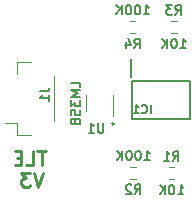
<source format=gbr>
%TF.GenerationSoftware,KiCad,Pcbnew,(6.0.0)*%
%TF.CreationDate,2022-07-24T19:50:36-05:00*%
%TF.ProjectId,DriveByWireMr360Sensor,44726976-6542-4795-9769-72654d723336,rev?*%
%TF.SameCoordinates,Original*%
%TF.FileFunction,Legend,Bot*%
%TF.FilePolarity,Positive*%
%FSLAX46Y46*%
G04 Gerber Fmt 4.6, Leading zero omitted, Abs format (unit mm)*
G04 Created by KiCad (PCBNEW (6.0.0)) date 2022-07-24 19:50:36*
%MOMM*%
%LPD*%
G01*
G04 APERTURE LIST*
%ADD10C,0.250000*%
%ADD11C,0.130000*%
%ADD12C,0.140000*%
%ADD13C,0.080000*%
%ADD14C,0.200000*%
%ADD15C,0.120000*%
G04 APERTURE END LIST*
D10*
X93491428Y-83482857D02*
X92805714Y-83482857D01*
X93148571Y-84682857D02*
X93148571Y-83482857D01*
X91834285Y-84682857D02*
X92405714Y-84682857D01*
X92405714Y-83482857D01*
X91434285Y-84054285D02*
X91034285Y-84054285D01*
X90862857Y-84682857D02*
X91434285Y-84682857D01*
X91434285Y-83482857D01*
X90862857Y-83482857D01*
X93281428Y-85302857D02*
X92881428Y-86502857D01*
X92481428Y-85302857D01*
X92195714Y-85302857D02*
X91452857Y-85302857D01*
X91852857Y-85760000D01*
X91681428Y-85760000D01*
X91567142Y-85817142D01*
X91510000Y-85874285D01*
X91452857Y-85988571D01*
X91452857Y-86274285D01*
X91510000Y-86388571D01*
X91567142Y-86445714D01*
X91681428Y-86502857D01*
X92024285Y-86502857D01*
X92138571Y-86445714D01*
X92195714Y-86388571D01*
D11*
%TO.C,IC1*%
X102383333Y-80266666D02*
X102383333Y-79566666D01*
X101650000Y-80200000D02*
X101683333Y-80233333D01*
X101783333Y-80266666D01*
X101850000Y-80266666D01*
X101950000Y-80233333D01*
X102016666Y-80166666D01*
X102050000Y-80100000D01*
X102083333Y-79966666D01*
X102083333Y-79866666D01*
X102050000Y-79733333D01*
X102016666Y-79666666D01*
X101950000Y-79600000D01*
X101850000Y-79566666D01*
X101783333Y-79566666D01*
X101683333Y-79600000D01*
X101650000Y-79633333D01*
X100983333Y-80266666D02*
X101383333Y-80266666D01*
X101183333Y-80266666D02*
X101183333Y-79566666D01*
X101250000Y-79666666D01*
X101316666Y-79733333D01*
X101383333Y-79766666D01*
D12*
%TO.C,R4*%
X100993333Y-74761904D02*
X101260000Y-74380952D01*
X101450476Y-74761904D02*
X101450476Y-73961904D01*
X101145714Y-73961904D01*
X101069523Y-74000000D01*
X101031428Y-74038095D01*
X100993333Y-74114285D01*
X100993333Y-74228571D01*
X101031428Y-74304761D01*
X101069523Y-74342857D01*
X101145714Y-74380952D01*
X101450476Y-74380952D01*
X100307619Y-74228571D02*
X100307619Y-74761904D01*
X100498095Y-73923809D02*
X100688571Y-74495238D01*
X100193333Y-74495238D01*
X101793333Y-71901904D02*
X102250476Y-71901904D01*
X102021904Y-71901904D02*
X102021904Y-71101904D01*
X102098095Y-71216190D01*
X102174285Y-71292380D01*
X102250476Y-71330476D01*
X101298095Y-71101904D02*
X101221904Y-71101904D01*
X101145714Y-71140000D01*
X101107619Y-71178095D01*
X101069523Y-71254285D01*
X101031428Y-71406666D01*
X101031428Y-71597142D01*
X101069523Y-71749523D01*
X101107619Y-71825714D01*
X101145714Y-71863809D01*
X101221904Y-71901904D01*
X101298095Y-71901904D01*
X101374285Y-71863809D01*
X101412380Y-71825714D01*
X101450476Y-71749523D01*
X101488571Y-71597142D01*
X101488571Y-71406666D01*
X101450476Y-71254285D01*
X101412380Y-71178095D01*
X101374285Y-71140000D01*
X101298095Y-71101904D01*
X100536190Y-71101904D02*
X100460000Y-71101904D01*
X100383809Y-71140000D01*
X100345714Y-71178095D01*
X100307619Y-71254285D01*
X100269523Y-71406666D01*
X100269523Y-71597142D01*
X100307619Y-71749523D01*
X100345714Y-71825714D01*
X100383809Y-71863809D01*
X100460000Y-71901904D01*
X100536190Y-71901904D01*
X100612380Y-71863809D01*
X100650476Y-71825714D01*
X100688571Y-71749523D01*
X100726666Y-71597142D01*
X100726666Y-71406666D01*
X100688571Y-71254285D01*
X100650476Y-71178095D01*
X100612380Y-71140000D01*
X100536190Y-71101904D01*
X99926666Y-71901904D02*
X99926666Y-71101904D01*
X99469523Y-71901904D02*
X99812380Y-71444761D01*
X99469523Y-71101904D02*
X99926666Y-71559047D01*
%TO.C,R1*%
X104283333Y-84281904D02*
X104550000Y-83900952D01*
X104740476Y-84281904D02*
X104740476Y-83481904D01*
X104435714Y-83481904D01*
X104359523Y-83520000D01*
X104321428Y-83558095D01*
X104283333Y-83634285D01*
X104283333Y-83748571D01*
X104321428Y-83824761D01*
X104359523Y-83862857D01*
X104435714Y-83900952D01*
X104740476Y-83900952D01*
X103521428Y-84281904D02*
X103978571Y-84281904D01*
X103750000Y-84281904D02*
X103750000Y-83481904D01*
X103826190Y-83596190D01*
X103902380Y-83672380D01*
X103978571Y-83710476D01*
X104702380Y-87141904D02*
X105159523Y-87141904D01*
X104930952Y-87141904D02*
X104930952Y-86341904D01*
X105007142Y-86456190D01*
X105083333Y-86532380D01*
X105159523Y-86570476D01*
X104207142Y-86341904D02*
X104130952Y-86341904D01*
X104054761Y-86380000D01*
X104016666Y-86418095D01*
X103978571Y-86494285D01*
X103940476Y-86646666D01*
X103940476Y-86837142D01*
X103978571Y-86989523D01*
X104016666Y-87065714D01*
X104054761Y-87103809D01*
X104130952Y-87141904D01*
X104207142Y-87141904D01*
X104283333Y-87103809D01*
X104321428Y-87065714D01*
X104359523Y-86989523D01*
X104397619Y-86837142D01*
X104397619Y-86646666D01*
X104359523Y-86494285D01*
X104321428Y-86418095D01*
X104283333Y-86380000D01*
X104207142Y-86341904D01*
X103597619Y-87141904D02*
X103597619Y-86341904D01*
X103140476Y-87141904D02*
X103483333Y-86684761D01*
X103140476Y-86341904D02*
X103597619Y-86799047D01*
%TO.C,R3*%
X104481333Y-71911904D02*
X104748000Y-71530952D01*
X104938476Y-71911904D02*
X104938476Y-71111904D01*
X104633714Y-71111904D01*
X104557523Y-71150000D01*
X104519428Y-71188095D01*
X104481333Y-71264285D01*
X104481333Y-71378571D01*
X104519428Y-71454761D01*
X104557523Y-71492857D01*
X104633714Y-71530952D01*
X104938476Y-71530952D01*
X104214666Y-71111904D02*
X103719428Y-71111904D01*
X103986095Y-71416666D01*
X103871809Y-71416666D01*
X103795619Y-71454761D01*
X103757523Y-71492857D01*
X103719428Y-71569047D01*
X103719428Y-71759523D01*
X103757523Y-71835714D01*
X103795619Y-71873809D01*
X103871809Y-71911904D01*
X104100380Y-71911904D01*
X104176571Y-71873809D01*
X104214666Y-71835714D01*
X104900380Y-74771904D02*
X105357523Y-74771904D01*
X105128952Y-74771904D02*
X105128952Y-73971904D01*
X105205142Y-74086190D01*
X105281333Y-74162380D01*
X105357523Y-74200476D01*
X104405142Y-73971904D02*
X104328952Y-73971904D01*
X104252761Y-74010000D01*
X104214666Y-74048095D01*
X104176571Y-74124285D01*
X104138476Y-74276666D01*
X104138476Y-74467142D01*
X104176571Y-74619523D01*
X104214666Y-74695714D01*
X104252761Y-74733809D01*
X104328952Y-74771904D01*
X104405142Y-74771904D01*
X104481333Y-74733809D01*
X104519428Y-74695714D01*
X104557523Y-74619523D01*
X104595619Y-74467142D01*
X104595619Y-74276666D01*
X104557523Y-74124285D01*
X104519428Y-74048095D01*
X104481333Y-74010000D01*
X104405142Y-73971904D01*
X103795619Y-74771904D02*
X103795619Y-73971904D01*
X103338476Y-74771904D02*
X103681333Y-74314761D01*
X103338476Y-73971904D02*
X103795619Y-74429047D01*
%TO.C,U1*%
X98389523Y-81111904D02*
X98389523Y-81759523D01*
X98351428Y-81835714D01*
X98313333Y-81873809D01*
X98237142Y-81911904D01*
X98084761Y-81911904D01*
X98008571Y-81873809D01*
X97970476Y-81835714D01*
X97932380Y-81759523D01*
X97932380Y-81111904D01*
X97132380Y-81911904D02*
X97589523Y-81911904D01*
X97360952Y-81911904D02*
X97360952Y-81111904D01*
X97437142Y-81226190D01*
X97513333Y-81302380D01*
X97589523Y-81340476D01*
X96441904Y-78057619D02*
X96441904Y-77676666D01*
X95641904Y-77676666D01*
X96441904Y-78324285D02*
X95641904Y-78324285D01*
X96213333Y-78590952D01*
X95641904Y-78857619D01*
X96441904Y-78857619D01*
X95641904Y-79162380D02*
X95641904Y-79657619D01*
X95946666Y-79390952D01*
X95946666Y-79505238D01*
X95984761Y-79581428D01*
X96022857Y-79619523D01*
X96099047Y-79657619D01*
X96289523Y-79657619D01*
X96365714Y-79619523D01*
X96403809Y-79581428D01*
X96441904Y-79505238D01*
X96441904Y-79276666D01*
X96403809Y-79200476D01*
X96365714Y-79162380D01*
X95641904Y-80381428D02*
X95641904Y-80000476D01*
X96022857Y-79962380D01*
X95984761Y-80000476D01*
X95946666Y-80076666D01*
X95946666Y-80267142D01*
X95984761Y-80343333D01*
X96022857Y-80381428D01*
X96099047Y-80419523D01*
X96289523Y-80419523D01*
X96365714Y-80381428D01*
X96403809Y-80343333D01*
X96441904Y-80267142D01*
X96441904Y-80076666D01*
X96403809Y-80000476D01*
X96365714Y-79962380D01*
X95984761Y-80876666D02*
X95946666Y-80800476D01*
X95908571Y-80762380D01*
X95832380Y-80724285D01*
X95794285Y-80724285D01*
X95718095Y-80762380D01*
X95680000Y-80800476D01*
X95641904Y-80876666D01*
X95641904Y-81029047D01*
X95680000Y-81105238D01*
X95718095Y-81143333D01*
X95794285Y-81181428D01*
X95832380Y-81181428D01*
X95908571Y-81143333D01*
X95946666Y-81105238D01*
X95984761Y-81029047D01*
X95984761Y-80876666D01*
X96022857Y-80800476D01*
X96060952Y-80762380D01*
X96137142Y-80724285D01*
X96289523Y-80724285D01*
X96365714Y-80762380D01*
X96403809Y-80800476D01*
X96441904Y-80876666D01*
X96441904Y-81029047D01*
X96403809Y-81105238D01*
X96365714Y-81143333D01*
X96289523Y-81181428D01*
X96137142Y-81181428D01*
X96060952Y-81143333D01*
X96022857Y-81105238D01*
X95984761Y-81029047D01*
D13*
X99036190Y-81130000D02*
X99155238Y-81130000D01*
X99107619Y-81010952D02*
X99155238Y-81130000D01*
X99107619Y-81249047D01*
X99250476Y-81058571D02*
X99155238Y-81130000D01*
X99250476Y-81201428D01*
D12*
%TO.C,R2*%
X101053333Y-87101904D02*
X101320000Y-86720952D01*
X101510476Y-87101904D02*
X101510476Y-86301904D01*
X101205714Y-86301904D01*
X101129523Y-86340000D01*
X101091428Y-86378095D01*
X101053333Y-86454285D01*
X101053333Y-86568571D01*
X101091428Y-86644761D01*
X101129523Y-86682857D01*
X101205714Y-86720952D01*
X101510476Y-86720952D01*
X100748571Y-86378095D02*
X100710476Y-86340000D01*
X100634285Y-86301904D01*
X100443809Y-86301904D01*
X100367619Y-86340000D01*
X100329523Y-86378095D01*
X100291428Y-86454285D01*
X100291428Y-86530476D01*
X100329523Y-86644761D01*
X100786666Y-87101904D01*
X100291428Y-87101904D01*
X101853333Y-84241904D02*
X102310476Y-84241904D01*
X102081904Y-84241904D02*
X102081904Y-83441904D01*
X102158095Y-83556190D01*
X102234285Y-83632380D01*
X102310476Y-83670476D01*
X101358095Y-83441904D02*
X101281904Y-83441904D01*
X101205714Y-83480000D01*
X101167619Y-83518095D01*
X101129523Y-83594285D01*
X101091428Y-83746666D01*
X101091428Y-83937142D01*
X101129523Y-84089523D01*
X101167619Y-84165714D01*
X101205714Y-84203809D01*
X101281904Y-84241904D01*
X101358095Y-84241904D01*
X101434285Y-84203809D01*
X101472380Y-84165714D01*
X101510476Y-84089523D01*
X101548571Y-83937142D01*
X101548571Y-83746666D01*
X101510476Y-83594285D01*
X101472380Y-83518095D01*
X101434285Y-83480000D01*
X101358095Y-83441904D01*
X100596190Y-83441904D02*
X100520000Y-83441904D01*
X100443809Y-83480000D01*
X100405714Y-83518095D01*
X100367619Y-83594285D01*
X100329523Y-83746666D01*
X100329523Y-83937142D01*
X100367619Y-84089523D01*
X100405714Y-84165714D01*
X100443809Y-84203809D01*
X100520000Y-84241904D01*
X100596190Y-84241904D01*
X100672380Y-84203809D01*
X100710476Y-84165714D01*
X100748571Y-84089523D01*
X100786666Y-83937142D01*
X100786666Y-83746666D01*
X100748571Y-83594285D01*
X100710476Y-83518095D01*
X100672380Y-83480000D01*
X100596190Y-83441904D01*
X99986666Y-84241904D02*
X99986666Y-83441904D01*
X99529523Y-84241904D02*
X99872380Y-83784761D01*
X99529523Y-83441904D02*
X99986666Y-83899047D01*
%TO.C,J1*%
X93001904Y-78423333D02*
X93573333Y-78423333D01*
X93687619Y-78385238D01*
X93763809Y-78309047D01*
X93801904Y-78194761D01*
X93801904Y-78118571D01*
X93801904Y-79223333D02*
X93801904Y-78766190D01*
X93801904Y-78994761D02*
X93001904Y-78994761D01*
X93116190Y-78918571D01*
X93192380Y-78842380D01*
X93230476Y-78766190D01*
D14*
%TO.C,IC1*%
X100850000Y-77550000D02*
X100850000Y-80750000D01*
X100850000Y-80750000D02*
X105750000Y-80750000D01*
X105750000Y-80750000D02*
X105750000Y-77550000D01*
X105750000Y-77550000D02*
X100850000Y-77550000D01*
X100695000Y-75675000D02*
X100695000Y-77200000D01*
D15*
%TO.C,R4*%
X100622742Y-72447500D02*
X101097258Y-72447500D01*
X100622742Y-73492500D02*
X101097258Y-73492500D01*
%TO.C,R1*%
X104387258Y-84827500D02*
X103912742Y-84827500D01*
X104387258Y-85872500D02*
X103912742Y-85872500D01*
%TO.C,R3*%
X104585258Y-73502500D02*
X104110742Y-73502500D01*
X104585258Y-72457500D02*
X104110742Y-72457500D01*
%TO.C,U1*%
X99240000Y-80500000D02*
X99240000Y-78760000D01*
X96920000Y-80060000D02*
X96920000Y-78760000D01*
%TO.C,R2*%
X100682742Y-85832500D02*
X101157258Y-85832500D01*
X100682742Y-84787500D02*
X101157258Y-84787500D01*
%TO.C,J1*%
X92230000Y-75920000D02*
X91080000Y-75920000D01*
X94200000Y-80970000D02*
X94200000Y-77090000D01*
X91080000Y-81090000D02*
X90090000Y-81090000D01*
X91080000Y-82140000D02*
X91080000Y-81090000D01*
X92230000Y-82140000D02*
X91080000Y-82140000D01*
X91080000Y-75920000D02*
X91080000Y-76970000D01*
%TD*%
M02*

</source>
